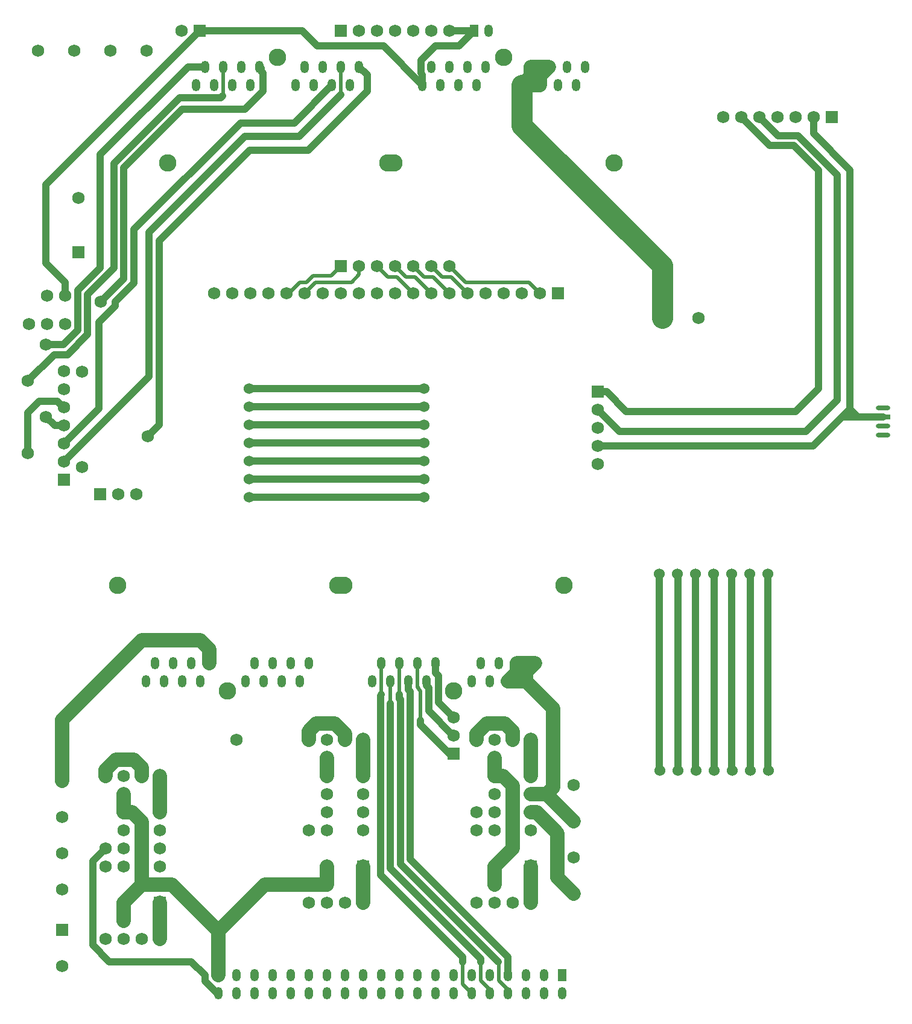
<source format=gbr>
G04 #@! TF.GenerationSoftware,KiCad,Pcbnew,5.1.6-c6e7f7d~87~ubuntu19.10.1*
G04 #@! TF.CreationDate,2021-07-01T13:16:57+03:00*
G04 #@! TF.ProjectId,authenticator2.0,61757468-656e-4746-9963-61746f72322e,rev?*
G04 #@! TF.SameCoordinates,Original*
G04 #@! TF.FileFunction,Copper,L1,Top*
G04 #@! TF.FilePolarity,Positive*
%FSLAX46Y46*%
G04 Gerber Fmt 4.6, Leading zero omitted, Abs format (unit mm)*
G04 Created by KiCad (PCBNEW 5.1.6-c6e7f7d~87~ubuntu19.10.1) date 2021-07-01 13:16:57*
%MOMM*%
%LPD*%
G01*
G04 APERTURE LIST*
G04 #@! TA.AperFunction,ComponentPad*
%ADD10C,1.524000*%
G04 #@! TD*
G04 #@! TA.AperFunction,ComponentPad*
%ADD11R,1.750000X1.750000*%
G04 #@! TD*
G04 #@! TA.AperFunction,ComponentPad*
%ADD12C,1.750000*%
G04 #@! TD*
G04 #@! TA.AperFunction,ComponentPad*
%ADD13O,1.200000X1.750000*%
G04 #@! TD*
G04 #@! TA.AperFunction,ComponentPad*
%ADD14R,1.200000X1.750000*%
G04 #@! TD*
G04 #@! TA.AperFunction,ComponentPad*
%ADD15C,2.450000*%
G04 #@! TD*
G04 #@! TA.AperFunction,ComponentPad*
%ADD16R,1.250000X1.750000*%
G04 #@! TD*
G04 #@! TA.AperFunction,ComponentPad*
%ADD17O,1.250000X1.750000*%
G04 #@! TD*
G04 #@! TA.AperFunction,ComponentPad*
%ADD18O,2.000000X0.700000*%
G04 #@! TD*
G04 #@! TA.AperFunction,ComponentPad*
%ADD19R,2.000000X0.700000*%
G04 #@! TD*
G04 #@! TA.AperFunction,Conductor*
%ADD20C,0.500000*%
G04 #@! TD*
G04 #@! TA.AperFunction,Conductor*
%ADD21C,1.000000*%
G04 #@! TD*
G04 #@! TA.AperFunction,Conductor*
%ADD22C,2.000000*%
G04 #@! TD*
G04 #@! TA.AperFunction,Conductor*
%ADD23C,3.000000*%
G04 #@! TD*
G04 APERTURE END LIST*
D10*
X121640000Y-55000000D03*
X119100000Y-55000000D03*
X116560000Y-55000000D03*
X114020000Y-55000000D03*
X111480000Y-55000000D03*
X108940000Y-55000000D03*
X106400000Y-55000000D03*
X121700000Y-82600000D03*
X119160000Y-82600000D03*
X116620000Y-82600000D03*
X114080000Y-82600000D03*
X111540000Y-82600000D03*
X109000000Y-82600000D03*
X106460000Y-82600000D03*
D11*
X88340000Y-96115000D03*
D12*
X88340000Y-91035000D03*
X88340000Y-88495000D03*
X88340000Y-85955000D03*
X88340000Y-83415000D03*
X83260000Y-83415000D03*
X83260000Y-85955000D03*
X83260000Y-88495000D03*
X83260000Y-91035000D03*
X83260000Y-96115000D03*
D13*
X44525000Y-113895000D03*
X44525000Y-111355000D03*
X47065000Y-113895000D03*
X47065000Y-111355000D03*
X49605000Y-113895000D03*
X49605000Y-111355000D03*
X52145000Y-113895000D03*
X52145000Y-111355000D03*
X54685000Y-113895000D03*
X54685000Y-111355000D03*
X57225000Y-113895000D03*
X57225000Y-111355000D03*
X59765000Y-113895000D03*
X59765000Y-111355000D03*
X62305000Y-113895000D03*
X62305000Y-111355000D03*
X64845000Y-113895000D03*
X64845000Y-111355000D03*
X67385000Y-113895000D03*
X67385000Y-111355000D03*
X69925000Y-113895000D03*
X69925000Y-111355000D03*
X72465000Y-113895000D03*
X72465000Y-111355000D03*
X75005000Y-113895000D03*
X75005000Y-111355000D03*
X77545000Y-113895000D03*
X77545000Y-111355000D03*
X80085000Y-113895000D03*
X80085000Y-111355000D03*
X82625000Y-113895000D03*
X82625000Y-111355000D03*
X85165000Y-113895000D03*
X85165000Y-111355000D03*
X87705000Y-113895000D03*
X87705000Y-111355000D03*
X90245000Y-113895000D03*
X90245000Y-111355000D03*
X92785000Y-113895000D03*
D14*
X92785000Y-111355000D03*
D13*
X43255000Y-67540000D03*
D15*
X45795000Y-71430000D03*
D13*
X52145000Y-67540000D03*
X53415000Y-70080000D03*
X54685000Y-67540000D03*
X55955000Y-70080000D03*
X57225000Y-67540000D03*
D15*
X30360000Y-56620000D03*
X61230000Y-56620000D03*
D13*
X50875000Y-70080000D03*
X49605000Y-67540000D03*
X48335000Y-70080000D03*
X41985000Y-70080000D03*
X40715000Y-67540000D03*
X39445000Y-70080000D03*
X38175000Y-67540000D03*
X36905000Y-70080000D03*
X35635000Y-67540000D03*
X34365000Y-70080000D03*
D11*
X88340000Y-98655000D03*
D12*
X83260000Y-98655000D03*
X28650000Y-93575000D03*
X28650000Y-83415000D03*
D11*
X22590000Y-105005000D03*
D12*
X22590000Y-110085000D03*
X64845000Y-78335000D03*
X59765000Y-78335000D03*
X62305000Y-78335000D03*
X47065000Y-78335000D03*
X57225000Y-78335000D03*
X94400000Y-99925000D03*
X94400000Y-94845000D03*
X94400000Y-89765000D03*
X94400000Y-84685000D03*
D11*
X36270000Y-85955000D03*
D12*
X31190000Y-85955000D03*
X57225000Y-101195000D03*
X57225000Y-91035000D03*
X85800000Y-101195000D03*
X83260000Y-101195000D03*
X88340000Y-101195000D03*
X64845000Y-101195000D03*
X59765000Y-101195000D03*
X62305000Y-101195000D03*
X85800000Y-78335000D03*
X83260000Y-78335000D03*
X88340000Y-78335000D03*
X33730000Y-83415000D03*
X31190000Y-83415000D03*
X36270000Y-83415000D03*
X28650000Y-96115000D03*
X28650000Y-106275000D03*
X31190000Y-101195000D03*
X31190000Y-96115000D03*
X31190000Y-93575000D03*
X31190000Y-91035000D03*
X31190000Y-88495000D03*
X36270000Y-88495000D03*
X36270000Y-91035000D03*
X36270000Y-93575000D03*
X36270000Y-96115000D03*
D11*
X36270000Y-101195000D03*
D12*
X36270000Y-106275000D03*
X31190000Y-106275000D03*
X33730000Y-106275000D03*
X80720000Y-88495000D03*
X80720000Y-78335000D03*
X80720000Y-91035000D03*
X80720000Y-101195000D03*
X59765000Y-96115000D03*
X59765000Y-91035000D03*
X59765000Y-88495000D03*
X59765000Y-85955000D03*
X59765000Y-83415000D03*
X64845000Y-83415000D03*
X64845000Y-85955000D03*
X64845000Y-88495000D03*
X64845000Y-91035000D03*
D11*
X64845000Y-96115000D03*
D12*
X22590000Y-84050000D03*
X22590000Y-89130000D03*
X22590000Y-94210000D03*
X22590000Y-99290000D03*
X59765000Y-98655000D03*
D11*
X64845000Y-98655000D03*
D12*
X83260000Y-80875000D03*
D11*
X88340000Y-80875000D03*
D12*
X31190000Y-103735000D03*
D11*
X36270000Y-103735000D03*
D13*
X66115000Y-70080000D03*
X67385000Y-67540000D03*
X68655000Y-70080000D03*
X69925000Y-67540000D03*
X71195000Y-70080000D03*
X72465000Y-67540000D03*
X73735000Y-70080000D03*
X80085000Y-70080000D03*
X81355000Y-67540000D03*
X82625000Y-70080000D03*
D15*
X92980000Y-56620000D03*
X62110000Y-56620000D03*
D13*
X88975000Y-67540000D03*
X87705000Y-70080000D03*
X86435000Y-67540000D03*
X85165000Y-70080000D03*
X83895000Y-67540000D03*
D15*
X77545000Y-71430000D03*
D13*
X75005000Y-67540000D03*
D12*
X77545000Y-75160000D03*
X77545000Y-77700000D03*
D11*
X77545000Y-80240000D03*
D12*
X59765000Y-80875000D03*
D11*
X64845000Y-80875000D03*
D12*
X20320000Y-33020000D03*
X20320000Y-22860000D03*
X20445000Y-20000000D03*
X22985000Y-20000000D03*
X17905000Y-20000000D03*
X43940000Y-15640000D03*
X46480000Y-15640000D03*
X49020000Y-15640000D03*
X51560000Y-15640000D03*
X54100000Y-15640000D03*
X56640000Y-15640000D03*
X59180000Y-15640000D03*
X61720000Y-15640000D03*
X64260000Y-15640000D03*
X66800000Y-15640000D03*
X69340000Y-15640000D03*
X71880000Y-15640000D03*
X74420000Y-15640000D03*
X76960000Y-15640000D03*
X79500000Y-15640000D03*
X82040000Y-15640000D03*
X84580000Y-15640000D03*
X87120000Y-15640000D03*
X89660000Y-15640000D03*
D11*
X92200000Y-15640000D03*
D10*
X48800000Y-44300000D03*
X48800000Y-41760000D03*
X48800000Y-39220000D03*
X48800000Y-36680000D03*
X48800000Y-34140000D03*
X48800000Y-31600000D03*
X48800000Y-29060000D03*
D16*
X80389000Y21190000D03*
D17*
X82421000Y21190000D03*
D12*
X24890000Y-2305000D03*
D11*
X24890000Y-9925000D03*
D12*
X76960000Y21190000D03*
X74420000Y21190000D03*
X71880000Y21190000D03*
X69340000Y21190000D03*
X66800000Y21190000D03*
X64260000Y21190000D03*
D11*
X61720000Y21190000D03*
D12*
X19175000Y18360000D03*
X24255000Y18360000D03*
X29335000Y18360000D03*
X34415000Y18360000D03*
X76960000Y-11830000D03*
X74420000Y-11830000D03*
X71880000Y-11830000D03*
X69340000Y-11830000D03*
X66800000Y-11830000D03*
X64260000Y-11830000D03*
D11*
X61720000Y-11830000D03*
D12*
X20445000Y-16000000D03*
X22985000Y-16000000D03*
X39370000Y21190000D03*
D11*
X41910000Y21190000D03*
X106805000Y-19160000D03*
D12*
X111885000Y-19160000D03*
D10*
X73400000Y-44240000D03*
X73400000Y-41700000D03*
X73400000Y-39160000D03*
X73400000Y-36620000D03*
X73400000Y-34080000D03*
X73400000Y-31540000D03*
X73400000Y-29000000D03*
D13*
X64260000Y16110000D03*
X62990000Y13570000D03*
X61720000Y16110000D03*
X60450000Y13570000D03*
X59180000Y16110000D03*
X57910000Y13570000D03*
X56640000Y16110000D03*
X50290000Y16110000D03*
X49020000Y13570000D03*
X47750000Y16110000D03*
D15*
X37395000Y2650000D03*
X68265000Y2650000D03*
D13*
X41400000Y13570000D03*
X42670000Y16110000D03*
X43940000Y13570000D03*
X45210000Y16110000D03*
X46480000Y13570000D03*
D15*
X52830000Y17460000D03*
D13*
X55370000Y13570000D03*
X87120000Y13570000D03*
D15*
X84580000Y17460000D03*
D13*
X78230000Y13570000D03*
X76960000Y16110000D03*
X75690000Y13570000D03*
X74420000Y16110000D03*
X73150000Y13570000D03*
D15*
X100015000Y2650000D03*
X69145000Y2650000D03*
D13*
X79500000Y16110000D03*
X80770000Y13570000D03*
X82040000Y16110000D03*
X88390000Y16110000D03*
X89660000Y13570000D03*
X90930000Y16110000D03*
X92200000Y13570000D03*
X93470000Y16110000D03*
X94740000Y13570000D03*
X96010000Y16110000D03*
D11*
X130575000Y9075000D03*
D12*
X128035000Y9075000D03*
X125495000Y9075000D03*
X122955000Y9075000D03*
X120415000Y9075000D03*
X117875000Y9075000D03*
X115335000Y9075000D03*
X22800000Y-26600000D03*
X22800000Y-29140000D03*
X22800000Y-31680000D03*
X22800000Y-34220000D03*
X22800000Y-36760000D03*
X22800000Y-39300000D03*
D11*
X22800000Y-41840000D03*
D12*
X28029601Y-16856194D03*
X25400000Y-26670000D03*
X17780000Y-38100000D03*
X17780000Y-27940000D03*
X34608087Y-35711198D03*
X25400000Y-40005000D03*
D11*
X27940000Y-43815000D03*
D12*
X30480000Y-43815000D03*
X33020000Y-43815000D03*
D11*
X97750000Y-29490000D03*
D12*
X97750000Y-32030000D03*
X97750000Y-34570000D03*
X97750000Y-37110000D03*
X97750000Y-39650000D03*
D18*
X137850000Y-35555000D03*
X137850000Y-31745000D03*
D19*
X137850000Y-33015000D03*
D18*
X137850000Y-34285000D03*
D20*
X79497194Y-15640000D02*
X79500000Y-15640000D01*
X77212195Y-13355001D02*
X79497194Y-15640000D01*
X74420000Y-11830000D02*
X75945001Y-13355001D01*
X75945001Y-13355001D02*
X77212195Y-13355001D01*
D21*
X80389000Y21190000D02*
X76960000Y21190000D01*
D20*
X79244999Y-14114999D02*
X88134999Y-14114999D01*
X76960000Y-11830000D02*
X79244999Y-14114999D01*
X88134999Y-14114999D02*
X89660000Y-15640000D01*
D21*
X72919990Y17006324D02*
X74963666Y19050000D01*
X72919990Y15213676D02*
X72919990Y17006324D01*
X73150000Y14983666D02*
X72919990Y15213676D01*
X73150000Y13570000D02*
X73150000Y14983666D01*
X78249000Y19050000D02*
X80389000Y21190000D01*
X74963666Y19050000D02*
X78249000Y19050000D01*
X41910000Y21190000D02*
X56280000Y21190000D01*
X56280000Y21190000D02*
X58420000Y19050000D01*
X67670000Y19050000D02*
X73150000Y13570000D01*
X58420000Y19050000D02*
X67670000Y19050000D01*
X22985000Y-15640000D02*
X22985000Y-14095000D01*
X22985000Y-14095000D02*
X20320000Y-11430000D01*
X20320000Y-400000D02*
X24647500Y3927500D01*
X20320000Y-11430000D02*
X20320000Y-400000D01*
X24647500Y3927500D02*
X41910000Y21190000D01*
X40240000Y16110000D02*
X42670000Y16110000D01*
X27940000Y-12065000D02*
X27940000Y3810000D01*
X24765000Y-15240000D02*
X27940000Y-12065000D01*
X24765000Y-20847002D02*
X24765000Y-15240000D01*
X27940000Y3810000D02*
X40240000Y16110000D01*
X22752002Y-22860000D02*
X24765000Y-20847002D01*
X20320000Y-22860000D02*
X22752002Y-22860000D01*
D20*
X45210000Y16110000D02*
X45210000Y12190000D01*
X45210000Y12190000D02*
X45085000Y12065000D01*
D21*
X21459990Y-24260010D02*
X17780000Y-27940000D01*
X23331905Y-24260010D02*
X21459990Y-24260010D01*
X26165010Y-21426905D02*
X23331905Y-24260010D01*
X26165010Y-15819902D02*
X26165010Y-21426905D01*
X29845000Y-12139913D02*
X26165010Y-15819902D01*
X29845000Y2540000D02*
X29845000Y-12139913D01*
X39099990Y11794990D02*
X29845000Y2540000D01*
X44814990Y11794990D02*
X39099990Y11794990D01*
X45085000Y12065000D02*
X44814990Y11794990D01*
X50520010Y15879990D02*
X50290000Y16110000D01*
X50520010Y15519990D02*
X50520010Y15879990D01*
X50800000Y12700000D02*
X50800000Y15240000D01*
X48260000Y10160000D02*
X50800000Y12700000D01*
X39444912Y10160000D02*
X48260000Y10160000D01*
X31245010Y-13640785D02*
X31245010Y1960098D01*
X50800000Y15240000D02*
X50520010Y15519990D01*
X31245010Y1960098D02*
X39444912Y10160000D01*
X28029601Y-16856194D02*
X31245010Y-13640785D01*
X71455020Y-95105020D02*
X85165000Y-108815000D01*
X71195000Y-71275087D02*
X71455020Y-71535107D01*
X85165000Y-108815000D02*
X85165000Y-111355000D01*
X71455020Y-71535107D02*
X71455020Y-95105020D01*
X71195000Y-70080000D02*
X71195000Y-71275087D01*
X67254991Y-97254991D02*
X78795010Y-108795010D01*
X78795010Y-108795010D02*
X78795010Y-109469990D01*
X67385000Y-71985000D02*
X67254991Y-72115009D01*
X67254991Y-72115009D02*
X67254991Y-97254991D01*
D20*
X67385000Y-67540000D02*
X67385000Y-71985000D01*
X80085000Y-113895000D02*
X78795010Y-112605010D01*
X78795010Y-112605010D02*
X78795010Y-109469990D01*
D21*
X73340000Y-29060000D02*
X73400000Y-29000000D01*
X48800000Y-29060000D02*
X73340000Y-29060000D01*
X48860000Y-31540000D02*
X48800000Y-31600000D01*
X73400000Y-31540000D02*
X48860000Y-31540000D01*
X73340000Y-34140000D02*
X73400000Y-34080000D01*
X48800000Y-34140000D02*
X73340000Y-34140000D01*
X48860000Y-36620000D02*
X48800000Y-36680000D01*
X73400000Y-36620000D02*
X48860000Y-36620000D01*
X73340000Y-39220000D02*
X73400000Y-39160000D01*
X48800000Y-39220000D02*
X73340000Y-39220000D01*
X48860000Y-41700000D02*
X48800000Y-41760000D01*
X73400000Y-41700000D02*
X48860000Y-41700000D01*
D22*
X88390000Y16110000D02*
X88390000Y14840000D01*
X88390000Y14840000D02*
X87120000Y13570000D01*
X88390000Y16110000D02*
X90930000Y16110000D01*
X89660000Y13570000D02*
X89660000Y14840000D01*
X89660000Y14840000D02*
X90930000Y16110000D01*
X87120000Y13570000D02*
X89660000Y13570000D01*
D23*
X106805000Y-19160000D02*
X106805000Y-11805000D01*
X87120000Y7880000D02*
X87120000Y13570000D01*
X106805000Y-11805000D02*
X87120000Y7880000D01*
D21*
X55135000Y8255000D02*
X60450000Y13570000D01*
X47625000Y8255000D02*
X55135000Y8255000D01*
X32645020Y-6724980D02*
X47625000Y8255000D01*
X32645020Y-14220688D02*
X32645020Y-6724980D01*
X30038473Y-16827234D02*
X32645020Y-14220688D01*
X27739137Y-19737809D02*
X30038473Y-17438473D01*
X30038473Y-17438473D02*
X30038473Y-16827234D01*
X27739137Y-31820863D02*
X27739137Y-19737809D01*
X22800000Y-36760000D02*
X27739137Y-31820863D01*
D20*
X61720000Y16110000D02*
X61720000Y12190000D01*
D21*
X55880000Y6350000D02*
X61720000Y12190000D01*
X48260000Y6350000D02*
X55880000Y6350000D01*
X34793905Y-7116095D02*
X48260000Y6350000D01*
X34793905Y-27306095D02*
X34793905Y-7116095D01*
X22800000Y-39300000D02*
X34793905Y-27306095D01*
D20*
X55907999Y-14114999D02*
X54382998Y-15640000D01*
X54382998Y-15640000D02*
X54100000Y-15640000D01*
X57792204Y-13214990D02*
X56892195Y-14114999D01*
X60335011Y-13214989D02*
X57792204Y-13214990D01*
X56892195Y-14114999D02*
X55907999Y-14114999D01*
X61720000Y-11830000D02*
X60335011Y-13214989D01*
X64260000Y-11830000D02*
X64260000Y-13067436D01*
X64260000Y-13067436D02*
X63212437Y-14114999D01*
X63212437Y-14114999D02*
X58165001Y-14114999D01*
X58165001Y-14114999D02*
X56640000Y-15640000D01*
X68325001Y-13355001D02*
X69592195Y-13355001D01*
X69592195Y-13355001D02*
X71877194Y-15640000D01*
X71877194Y-15640000D02*
X71880000Y-15640000D01*
X66800000Y-11830000D02*
X68325001Y-13355001D01*
X70865001Y-13355001D02*
X72132195Y-13355001D01*
X74417194Y-15640000D02*
X74420000Y-15640000D01*
X72132195Y-13355001D02*
X74417194Y-15640000D01*
X69340000Y-11830000D02*
X70865001Y-13355001D01*
X73405001Y-13355001D02*
X74672195Y-13355001D01*
X74672195Y-13355001D02*
X76957194Y-15640000D01*
X76957194Y-15640000D02*
X76960000Y-15640000D01*
X71880000Y-11830000D02*
X73405001Y-13355001D01*
D21*
X68655000Y-96357378D02*
X81355000Y-109057378D01*
X68655000Y-73255000D02*
X68655000Y-96357378D01*
X81355000Y-109057378D02*
X81355000Y-109450000D01*
D20*
X68655000Y-70080000D02*
X68655000Y-73255000D01*
X81355000Y-112127781D02*
X81355000Y-109450000D01*
X82625000Y-113895000D02*
X82625000Y-113397781D01*
X82625000Y-113397781D02*
X81355000Y-112127781D01*
D21*
X69925000Y-71985000D02*
X69925000Y-72545087D01*
X70055010Y-95777476D02*
X75640000Y-101362466D01*
X70055010Y-72675097D02*
X70055010Y-95777476D01*
X75640000Y-101362466D02*
X83764990Y-109487456D01*
D20*
X69925000Y-67540000D02*
X69925000Y-71985000D01*
X83895000Y-112127781D02*
X83895000Y-109450000D01*
X85165000Y-113895000D02*
X85165000Y-113397781D01*
X85165000Y-113397781D02*
X83895000Y-112127781D01*
D21*
X69925000Y-72545087D02*
X70055010Y-72675097D01*
D22*
X41985000Y-64365000D02*
X43255000Y-65635000D01*
X43255000Y-65635000D02*
X43255000Y-67540000D01*
X33730000Y-64365000D02*
X41985000Y-64365000D01*
X22590000Y-75505000D02*
X33730000Y-64365000D01*
X22590000Y-84050000D02*
X22590000Y-75505000D01*
D21*
X65405000Y14965000D02*
X64260000Y16110000D01*
X57150000Y4445000D02*
X65405000Y12700000D01*
X48895000Y4445000D02*
X57150000Y4445000D01*
X65405000Y12700000D02*
X65405000Y14965000D01*
X36193915Y-8256085D02*
X48895000Y4445000D01*
X36193915Y-34125370D02*
X36193915Y-8256085D01*
X34608087Y-35711198D02*
X36193915Y-34125370D01*
X29197998Y-109450000D02*
X40715000Y-109450000D01*
X40715000Y-109450000D02*
X42624990Y-111359990D01*
X42624990Y-111359990D02*
X42624990Y-112142009D01*
X44377981Y-113895000D02*
X44525000Y-113895000D01*
X42624990Y-112142009D02*
X44377981Y-113895000D01*
X26874999Y-95350001D02*
X26874999Y-107127001D01*
X28650000Y-93575000D02*
X26874999Y-95350001D01*
X26874999Y-107127001D02*
X29197998Y-109450000D01*
D22*
X31190000Y-103735000D02*
X31190000Y-101195000D01*
X83260000Y-96115000D02*
X83260000Y-98655000D01*
X84497436Y-83415000D02*
X85800000Y-84717564D01*
X83260000Y-83415000D02*
X84497436Y-83415000D01*
X85800000Y-93575000D02*
X83260000Y-96115000D01*
X85800000Y-84717564D02*
X85800000Y-93575000D01*
X83260000Y-83415000D02*
X83260000Y-80875000D01*
X59765000Y-98655000D02*
X51049998Y-98655000D01*
X51049998Y-98655000D02*
X44525000Y-105179998D01*
X59765000Y-83415000D02*
X59765000Y-80875000D01*
X59765000Y-98655000D02*
X59765000Y-96115000D01*
X44525000Y-111355000D02*
X44525000Y-105179998D01*
X44525000Y-105179998D02*
X38000002Y-98655000D01*
X38000002Y-98655000D02*
X33730000Y-98655000D01*
X32427436Y-88495000D02*
X33730000Y-89797564D01*
X31190000Y-88495000D02*
X32427436Y-88495000D01*
X33730000Y-89797564D02*
X33730000Y-98655000D01*
X33730000Y-98655000D02*
X31190000Y-101195000D01*
X31190000Y-85955000D02*
X31190000Y-88495000D01*
X91515000Y-73890000D02*
X91515000Y-85030000D01*
X87705000Y-70080000D02*
X91515000Y-73890000D01*
X91515000Y-85030000D02*
X90590000Y-85955000D01*
X86435000Y-67540000D02*
X86435000Y-68810000D01*
X86435000Y-68810000D02*
X85165000Y-70080000D01*
X88975000Y-67540000D02*
X86435000Y-67540000D01*
X87705000Y-70080000D02*
X87705000Y-68810000D01*
X87705000Y-68810000D02*
X88975000Y-67540000D01*
X85165000Y-70080000D02*
X87705000Y-70080000D01*
X94400000Y-89765000D02*
X90590000Y-85955000D01*
X90590000Y-85955000D02*
X88340000Y-85955000D01*
X94400000Y-99925000D02*
X92124999Y-97649999D01*
X92124999Y-97649999D02*
X92124999Y-91452997D01*
X92124999Y-91452997D02*
X89167002Y-88495000D01*
X89167002Y-88495000D02*
X88340000Y-88495000D01*
X85800000Y-78335000D02*
X85800000Y-77097564D01*
X85800000Y-77097564D02*
X84762435Y-76059999D01*
X84762435Y-76059999D02*
X82167999Y-76059999D01*
X82167999Y-76059999D02*
X80720000Y-77507998D01*
X80720000Y-77507998D02*
X80720000Y-78335000D01*
X88340000Y-80875000D02*
X88340000Y-83415000D01*
X88340000Y-78335000D02*
X88340000Y-80875000D01*
X88340000Y-98655000D02*
X88340000Y-96115000D01*
X88340000Y-101195000D02*
X88340000Y-98655000D01*
X64845000Y-80875000D02*
X64845000Y-83415000D01*
X64845000Y-78335000D02*
X64845000Y-80875000D01*
X62305000Y-78335000D02*
X62305000Y-77507998D01*
X62305000Y-77507998D02*
X60857001Y-76059999D01*
X60857001Y-76059999D02*
X58262565Y-76059999D01*
X57225000Y-77097564D02*
X57225000Y-78335000D01*
X58262565Y-76059999D02*
X57225000Y-77097564D01*
X64845000Y-98655000D02*
X64845000Y-96115000D01*
X64845000Y-101195000D02*
X64845000Y-98655000D01*
X33730000Y-83415000D02*
X33730000Y-82177564D01*
X33730000Y-82177564D02*
X32692435Y-81139999D01*
X30097999Y-81139999D02*
X28650000Y-82587998D01*
X32692435Y-81139999D02*
X30097999Y-81139999D01*
X28650000Y-82587998D02*
X28650000Y-83415000D01*
X36270000Y-85955000D02*
X36270000Y-88495000D01*
X36270000Y-83415000D02*
X36270000Y-85955000D01*
X36270000Y-103735000D02*
X36270000Y-106275000D01*
X36270000Y-101195000D02*
X36270000Y-103735000D01*
D21*
X121640000Y-55000000D02*
X121640000Y-82540000D01*
X121640000Y-82540000D02*
X121700000Y-82600000D01*
X116560000Y-55000000D02*
X116560000Y-82540000D01*
X116560000Y-82540000D02*
X116620000Y-82600000D01*
X119160000Y-55060000D02*
X119100000Y-55000000D01*
X119160000Y-82600000D02*
X119160000Y-55060000D01*
X114080000Y-55060000D02*
X114020000Y-55000000D01*
X114080000Y-82600000D02*
X114080000Y-55060000D01*
X111480000Y-82540000D02*
X111540000Y-82600000D01*
X111480000Y-55000000D02*
X111480000Y-82540000D01*
X109000000Y-82600000D02*
X109000000Y-55060000D01*
X109000000Y-55060000D02*
X108940000Y-55000000D01*
X106400000Y-82540000D02*
X106460000Y-82600000D01*
X106400000Y-55000000D02*
X106400000Y-82540000D01*
X73340000Y-44300000D02*
X73400000Y-44240000D01*
X48800000Y-44300000D02*
X73340000Y-44300000D01*
X21925001Y-30805001D02*
X19359999Y-30805001D01*
X22800000Y-31680000D02*
X21925001Y-30805001D01*
X17780000Y-32385000D02*
X17780000Y-38100000D01*
X19359999Y-30805001D02*
X17780000Y-32385000D01*
X21520000Y-34220000D02*
X20320000Y-33020000D01*
X22800000Y-34220000D02*
X21520000Y-34220000D01*
X128035000Y6765000D02*
X128035000Y9075000D01*
X133150000Y1650000D02*
X128035000Y6765000D01*
X133150000Y-31927423D02*
X133150000Y1650000D01*
X134237577Y-33015000D02*
X133150000Y-31927423D01*
X137850000Y-33015000D02*
X134237577Y-33015000D01*
X97750000Y-37110000D02*
X127967423Y-37110000D01*
X132062424Y-33015000D02*
X132038712Y-33038712D01*
X134237577Y-33015000D02*
X132062424Y-33015000D01*
X132038712Y-33038712D02*
X133150000Y-31927423D01*
X127967423Y-37110000D02*
X132038712Y-33038712D01*
X120415000Y9075000D02*
X123040000Y6450000D01*
X123040000Y6450000D02*
X125850000Y6450000D01*
X125850000Y6450000D02*
X131350000Y950000D01*
X131350000Y950000D02*
X131350000Y-30650000D01*
X131350000Y-30650000D02*
X126950000Y-35050000D01*
X100770000Y-35050000D02*
X97750000Y-32030000D01*
X126950000Y-35050000D02*
X100770000Y-35050000D01*
X97750000Y-29490000D02*
X98990000Y-29490000D01*
X98990000Y-29490000D02*
X101750000Y-32250000D01*
X101750000Y-32250000D02*
X125550000Y-32250000D01*
X125550000Y-32250000D02*
X128750000Y-29050000D01*
X128750000Y-29050000D02*
X128750000Y1570088D01*
X121900010Y5049990D02*
X121875000Y5075000D01*
X128750000Y1570088D02*
X125270098Y5049990D01*
X125270098Y5049990D02*
X121900010Y5049990D01*
X117875000Y9075000D02*
X121875000Y5075000D01*
X75005000Y-67540000D02*
X75005000Y-68953666D01*
X75419999Y-73034999D02*
X77545000Y-75160000D01*
X75005000Y-68953666D02*
X75419999Y-69368665D01*
X75419999Y-69368665D02*
X75419999Y-73034999D01*
X74019989Y-74261991D02*
X77457998Y-77700000D01*
X73735000Y-70715000D02*
X74019989Y-70999989D01*
X74019989Y-70999989D02*
X74019989Y-74261991D01*
X77457998Y-77700000D02*
X77545000Y-77700000D01*
X73735000Y-70080000D02*
X73735000Y-70715000D01*
D20*
X72465000Y-67540000D02*
X72465000Y-70918728D01*
X72869979Y-71476338D02*
X72869979Y-75564979D01*
D21*
X72869979Y-76199979D02*
X72869979Y-75564979D01*
X76910000Y-80240000D02*
X72869979Y-76199979D01*
D20*
X72584990Y-71191349D02*
X72869979Y-71476338D01*
X72584990Y-71038718D02*
X72584990Y-71191349D01*
X72465000Y-70918728D02*
X72584990Y-71038718D01*
D21*
X77545000Y-80240000D02*
X76910000Y-80240000D01*
M02*

</source>
